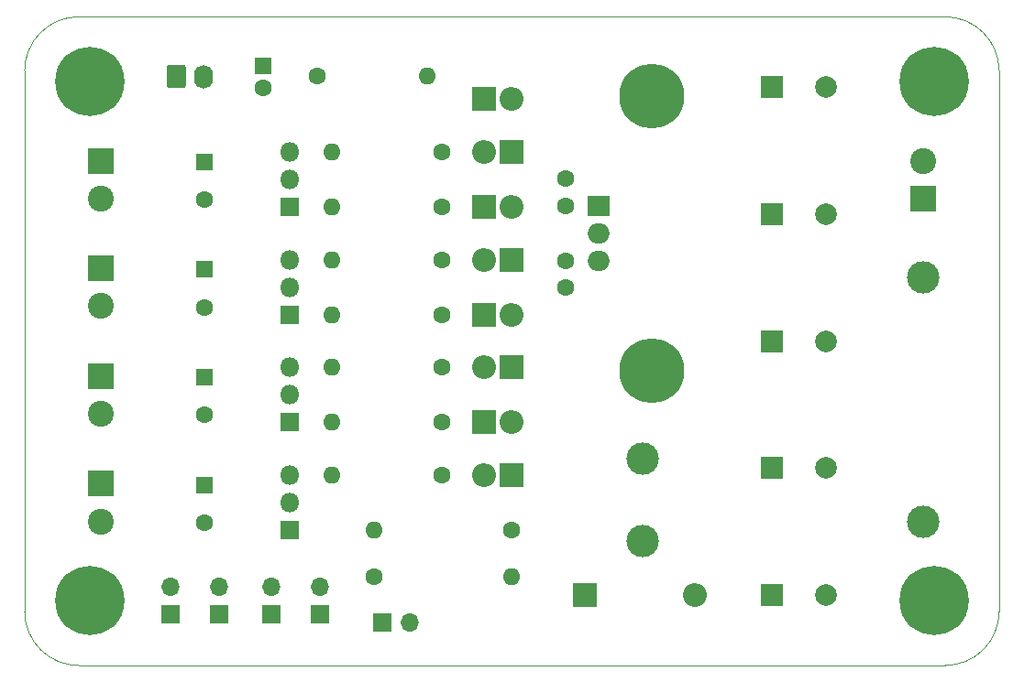
<source format=gbr>
%TF.GenerationSoftware,KiCad,Pcbnew,(5.1.8)-1*%
%TF.CreationDate,2021-02-22T19:15:18+01:00*%
%TF.ProjectId,psu,7073752e-6b69-4636-9164-5f7063625858,rev?*%
%TF.SameCoordinates,Original*%
%TF.FileFunction,Soldermask,Bot*%
%TF.FilePolarity,Negative*%
%FSLAX46Y46*%
G04 Gerber Fmt 4.6, Leading zero omitted, Abs format (unit mm)*
G04 Created by KiCad (PCBNEW (5.1.8)-1) date 2021-02-22 19:15:18*
%MOMM*%
%LPD*%
G01*
G04 APERTURE LIST*
%TA.AperFunction,Profile*%
%ADD10C,0.050000*%
%TD*%
%ADD11R,2.000000X2.000000*%
%ADD12C,2.000000*%
%ADD13O,1.600000X1.600000*%
%ADD14C,1.600000*%
%ADD15O,1.740000X2.190000*%
%ADD16C,3.000000*%
%ADD17R,2.400000X2.400000*%
%ADD18C,2.400000*%
%ADD19R,1.700000X1.700000*%
%ADD20O,1.700000X1.700000*%
%ADD21O,1.800000X1.800000*%
%ADD22R,1.800000X1.800000*%
%ADD23O,2.000000X1.905000*%
%ADD24R,2.000000X1.905000*%
%ADD25C,6.000000*%
%ADD26C,6.400000*%
%ADD27C,0.800000*%
%ADD28R,2.200000X2.200000*%
%ADD29O,2.200000X2.200000*%
%ADD30R,1.600000X1.600000*%
G04 APERTURE END LIST*
D10*
X85000000Y-110000000D02*
G75*
G02*
X80000000Y-105000000I0J5000000D01*
G01*
X170000000Y-105000000D02*
G75*
G02*
X165000000Y-110000000I-5000000J0D01*
G01*
X165000000Y-50000000D02*
G75*
G02*
X170000000Y-55000000I0J-5000000D01*
G01*
X80000000Y-55000000D02*
G75*
G02*
X85000000Y-50000000I5000000J0D01*
G01*
X170000000Y-55000000D02*
X170000000Y-105000000D01*
X85000000Y-110000000D02*
X165000000Y-110000000D01*
X85000000Y-50000000D02*
X165000000Y-50000000D01*
X80000000Y-55000000D02*
X80000000Y-105000000D01*
D11*
%TO.C,C1*%
X149000000Y-103500000D03*
D12*
X154000000Y-103500000D03*
%TD*%
D13*
%TO.C,R6*%
X112300000Y-97480000D03*
D14*
X125000000Y-97480000D03*
%TD*%
D11*
%TO.C,C2*%
X149000000Y-91750000D03*
D12*
X154000000Y-91750000D03*
%TD*%
D11*
%TO.C,C3*%
X149000000Y-80000000D03*
D12*
X154000000Y-80000000D03*
%TD*%
%TO.C,C4*%
X154000000Y-68250000D03*
D11*
X149000000Y-68250000D03*
%TD*%
D12*
%TO.C,C5*%
X154000000Y-56500000D03*
D11*
X149000000Y-56500000D03*
%TD*%
D14*
%TO.C,C6*%
X130000000Y-67460000D03*
X130000000Y-64960000D03*
%TD*%
%TO.C,C7*%
X130000000Y-75040000D03*
X130000000Y-72540000D03*
%TD*%
%TO.C,D2*%
G36*
G01*
X93130000Y-56365001D02*
X93130000Y-54674999D01*
G75*
G02*
X93379999Y-54425000I249999J0D01*
G01*
X94620001Y-54425000D01*
G75*
G02*
X94870000Y-54674999I0J-249999D01*
G01*
X94870000Y-56365001D01*
G75*
G02*
X94620001Y-56615000I-249999J0D01*
G01*
X93379999Y-56615000D01*
G75*
G02*
X93130000Y-56365001I0J249999D01*
G01*
G37*
D15*
X96540000Y-55520000D03*
%TD*%
D16*
%TO.C,F1*%
X163000000Y-96690000D03*
X163000000Y-74090000D03*
%TD*%
D17*
%TO.C,J2*%
X87000000Y-93190000D03*
D18*
X87000000Y-96690000D03*
%TD*%
%TO.C,J3*%
X87000000Y-86730000D03*
D17*
X87000000Y-83230000D03*
%TD*%
D18*
%TO.C,J4*%
X87000000Y-76770000D03*
D17*
X87000000Y-73270000D03*
%TD*%
%TO.C,J5*%
X87000000Y-63310000D03*
D18*
X87000000Y-66810000D03*
%TD*%
D17*
%TO.C,J1*%
X163000000Y-66810000D03*
D18*
X163000000Y-63310000D03*
%TD*%
D19*
%TO.C,JP1*%
X93500000Y-105275000D03*
D20*
X93500000Y-102735000D03*
%TD*%
%TO.C,JP2*%
X98000000Y-102735000D03*
D19*
X98000000Y-105275000D03*
%TD*%
%TO.C,JP3*%
X102750000Y-105275000D03*
D20*
X102750000Y-102735000D03*
%TD*%
%TO.C,JP4*%
X107250000Y-102735000D03*
D19*
X107250000Y-105275000D03*
%TD*%
%TO.C,JP5*%
X113000000Y-106000000D03*
D20*
X115540000Y-106000000D03*
%TD*%
D21*
%TO.C,Q1*%
X104500000Y-92400000D03*
X104500000Y-94940000D03*
D22*
X104500000Y-97480000D03*
%TD*%
%TO.C,Q2*%
X104500000Y-87520000D03*
D21*
X104500000Y-84980000D03*
X104500000Y-82440000D03*
%TD*%
%TO.C,Q3*%
X104500000Y-72480000D03*
X104500000Y-75020000D03*
D22*
X104500000Y-77560000D03*
%TD*%
%TO.C,Q4*%
X104500000Y-67600000D03*
D21*
X104500000Y-65060000D03*
X104500000Y-62520000D03*
%TD*%
D13*
%TO.C,R2*%
X108340000Y-92400000D03*
D14*
X118500000Y-92400000D03*
%TD*%
%TO.C,R3*%
X118500000Y-82440000D03*
D13*
X108340000Y-82440000D03*
%TD*%
D14*
%TO.C,R4*%
X118500000Y-72480000D03*
D13*
X108340000Y-72480000D03*
%TD*%
D14*
%TO.C,R5*%
X118500000Y-62500000D03*
D13*
X108340000Y-62500000D03*
%TD*%
%TO.C,R8*%
X108340000Y-87520000D03*
D14*
X118500000Y-87520000D03*
%TD*%
D13*
%TO.C,R9*%
X108340000Y-77560000D03*
D14*
X118500000Y-77560000D03*
%TD*%
D13*
%TO.C,R10*%
X108340000Y-67600000D03*
D14*
X118500000Y-67600000D03*
%TD*%
%TO.C,R1*%
X107000000Y-55500000D03*
D13*
X117160000Y-55500000D03*
%TD*%
D23*
%TO.C,U1*%
X133000000Y-72540000D03*
X133000000Y-70000000D03*
D24*
X133000000Y-67460000D03*
%TD*%
D25*
%TO.C,HS1*%
X137900000Y-57300000D03*
X137900000Y-82700000D03*
%TD*%
D26*
%TO.C,H1*%
X86000000Y-56000000D03*
D27*
X88400000Y-56000000D03*
X87697056Y-57697056D03*
X86000000Y-58400000D03*
X84302944Y-57697056D03*
X83600000Y-56000000D03*
X84302944Y-54302944D03*
X86000000Y-53600000D03*
X87697056Y-54302944D03*
%TD*%
%TO.C,H2*%
X165697056Y-54302944D03*
X164000000Y-53600000D03*
X162302944Y-54302944D03*
X161600000Y-56000000D03*
X162302944Y-57697056D03*
X164000000Y-58400000D03*
X165697056Y-57697056D03*
X166400000Y-56000000D03*
D26*
X164000000Y-56000000D03*
%TD*%
%TO.C,H3*%
X164000000Y-104000000D03*
D27*
X166400000Y-104000000D03*
X165697056Y-105697056D03*
X164000000Y-106400000D03*
X162302944Y-105697056D03*
X161600000Y-104000000D03*
X162302944Y-102302944D03*
X164000000Y-101600000D03*
X165697056Y-102302944D03*
%TD*%
%TO.C,H4*%
X87697056Y-102302944D03*
X86000000Y-101600000D03*
X84302944Y-102302944D03*
X83600000Y-104000000D03*
X84302944Y-105697056D03*
X86000000Y-106400000D03*
X87697056Y-105697056D03*
X88400000Y-104000000D03*
D26*
X86000000Y-104000000D03*
%TD*%
D28*
%TO.C,D1*%
X131755750Y-103500000D03*
D29*
X141915750Y-103500000D03*
%TD*%
%TO.C,D3*%
X122460000Y-92400000D03*
D28*
X125000000Y-92400000D03*
%TD*%
D29*
%TO.C,D5*%
X122460000Y-82440000D03*
D28*
X125000000Y-82440000D03*
%TD*%
%TO.C,D7*%
X125000000Y-72480000D03*
D29*
X122460000Y-72480000D03*
%TD*%
D28*
%TO.C,D9*%
X125000000Y-62500000D03*
D29*
X122460000Y-62500000D03*
%TD*%
D28*
%TO.C,D4*%
X122460000Y-87520000D03*
D29*
X125000000Y-87520000D03*
%TD*%
D28*
%TO.C,D6*%
X122460000Y-77560000D03*
D29*
X125000000Y-77560000D03*
%TD*%
%TO.C,D8*%
X125000000Y-67600000D03*
D28*
X122460000Y-67600000D03*
%TD*%
D29*
%TO.C,D10*%
X125000000Y-57620000D03*
D28*
X122460000Y-57620000D03*
%TD*%
D14*
%TO.C,C9*%
X96575000Y-96787349D03*
D30*
X96575000Y-93287349D03*
%TD*%
%TO.C,C10*%
X96575000Y-83327349D03*
D14*
X96575000Y-86827349D03*
%TD*%
%TO.C,C11*%
X96575000Y-76867349D03*
D30*
X96575000Y-73367349D03*
%TD*%
%TO.C,C12*%
X96575000Y-63407349D03*
D14*
X96575000Y-66907349D03*
%TD*%
D30*
%TO.C,C8*%
X102000000Y-54544888D03*
D14*
X102000000Y-56544888D03*
%TD*%
%TO.C,R7*%
X112255000Y-101765000D03*
D13*
X124955000Y-101765000D03*
%TD*%
D16*
%TO.C,L1*%
X137050000Y-98500000D03*
X137050000Y-90880000D03*
%TD*%
M02*

</source>
